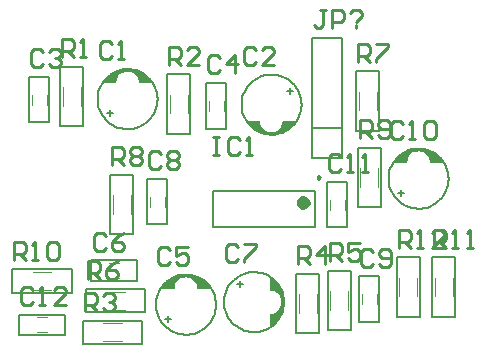
<source format=gto>
G04*
G04 #@! TF.GenerationSoftware,Altium Limited,Altium Designer,23.11.1 (41)*
G04*
G04 Layer_Color=65535*
%FSLAX44Y44*%
%MOMM*%
G71*
G04*
G04 #@! TF.SameCoordinates,9B078A48-8F01-46FD-BB7B-D1DAEF03546D*
G04*
G04*
G04 #@! TF.FilePolarity,Positive*
G04*
G01*
G75*
%ADD10C,0.1778*%
%ADD11C,0.2500*%
%ADD12C,0.6000*%
%ADD13C,0.2000*%
%ADD14C,0.1016*%
%ADD15C,0.1270*%
%ADD16C,0.2540*%
G36*
X150114Y59690D02*
X161798D01*
X162306Y62738D01*
X163322Y65278D01*
X164592Y67056D01*
X166624Y68326D01*
X168910Y69088D01*
X171450Y69342D01*
X173990Y69088D01*
X175768Y68326D01*
X177546Y67056D01*
X179324Y65532D01*
X180340Y64008D01*
X181102Y61468D01*
Y59690D01*
X193040D01*
X191262Y61722D01*
X188976Y64770D01*
X186436Y66802D01*
X182626Y69088D01*
X176276Y70866D01*
X169164Y71374D01*
X161290Y69596D01*
X156210Y66548D01*
X151384Y62230D01*
X150114Y59690D01*
D02*
G37*
G36*
X100584Y233680D02*
X112268D01*
X112776Y236728D01*
X113792Y239268D01*
X115062Y241046D01*
X117094Y242316D01*
X119380Y243078D01*
X121920Y243332D01*
X124460Y243078D01*
X126238Y242316D01*
X128016Y241046D01*
X129794Y239522D01*
X130810Y237998D01*
X131572Y235458D01*
Y233680D01*
X143510D01*
X141732Y235712D01*
X139446Y238760D01*
X136906Y240792D01*
X133096Y243078D01*
X126746Y244856D01*
X119634Y245364D01*
X111760Y243586D01*
X106680Y240538D01*
X101854Y236220D01*
X100584Y233680D01*
D02*
G37*
G36*
X242570Y69596D02*
Y57912D01*
X245618Y57404D01*
X248158Y56388D01*
X249936Y55118D01*
X251206Y53086D01*
X251968Y50800D01*
X252222Y48260D01*
X251968Y45720D01*
X251206Y43942D01*
X249936Y42164D01*
X248412Y40386D01*
X246888Y39370D01*
X244348Y38608D01*
X242570D01*
Y26670D01*
X244602Y28448D01*
X247650Y30734D01*
X249682Y33274D01*
X251968Y37084D01*
X253746Y43434D01*
X254254Y50546D01*
X252476Y58420D01*
X249428Y63500D01*
X245110Y68326D01*
X242570Y69596D01*
D02*
G37*
G36*
X346964Y166370D02*
X358648D01*
X359156Y169418D01*
X360172Y171958D01*
X361442Y173736D01*
X363474Y175006D01*
X365760Y175768D01*
X368300Y176022D01*
X370840Y175768D01*
X372618Y175006D01*
X374396Y173736D01*
X376174Y172212D01*
X377190Y170688D01*
X377952Y168148D01*
Y166370D01*
X389890D01*
X388112Y168402D01*
X385826Y171450D01*
X383286Y173482D01*
X379476Y175768D01*
X373126Y177546D01*
X366014Y178054D01*
X358140Y176276D01*
X353060Y173228D01*
X348234Y168910D01*
X346964Y166370D01*
D02*
G37*
G36*
X265176Y201930D02*
X253492D01*
X252984Y198882D01*
X251968Y196342D01*
X250698Y194564D01*
X248666Y193294D01*
X246380Y192532D01*
X243840Y192278D01*
X241300Y192532D01*
X239522Y193294D01*
X237744Y194564D01*
X235966Y196088D01*
X234950Y197612D01*
X234188Y200152D01*
Y201930D01*
X222250D01*
X224028Y199898D01*
X226314Y196850D01*
X228854Y194818D01*
X232664Y192532D01*
X239014Y190754D01*
X246126Y190246D01*
X254000Y192024D01*
X259080Y195072D01*
X263906Y199390D01*
X265176Y201930D01*
D02*
G37*
D10*
X269240Y215498D02*
X269114Y218027D01*
X268736Y220531D01*
X268112Y222985D01*
X267246Y225364D01*
X266147Y227646D01*
X264827Y229806D01*
X263298Y231825D01*
X261575Y233681D01*
X259677Y235357D01*
X257621Y236835D01*
X255428Y238101D01*
X253120Y239142D01*
X250719Y239949D01*
X248251Y240512D01*
X245738Y240827D01*
X243207Y240890D01*
X240682Y240701D01*
X238188Y240261D01*
X235750Y239575D01*
X233393Y238650D01*
X231140Y237495D01*
X229013Y236121D01*
X227033Y234542D01*
X225221Y232774D01*
X223593Y230835D01*
X222166Y228742D01*
X220955Y226519D01*
X219972Y224185D01*
X219225Y221766D01*
X218724Y219284D01*
X218472Y216764D01*
Y214232D01*
X218724Y211712D01*
X219225Y209230D01*
X219972Y206811D01*
X220955Y204477D01*
X222166Y202253D01*
X223593Y200161D01*
X225221Y198221D01*
X227033Y196453D01*
X229013Y194875D01*
X231140Y193501D01*
X233393Y192346D01*
X235750Y191421D01*
X238188Y190735D01*
X240682Y190295D01*
X243207Y190106D01*
X245738Y190169D01*
X248251Y190484D01*
X250719Y191047D01*
X253120Y191854D01*
X255428Y192895D01*
X257621Y194161D01*
X259677Y195639D01*
X261575Y197315D01*
X263298Y199171D01*
X264827Y201190D01*
X266147Y203350D01*
X267246Y205632D01*
X268112Y208011D01*
X268736Y210465D01*
X269114Y212969D01*
X269240Y215498D01*
X147320Y220112D02*
X147194Y222641D01*
X146816Y225145D01*
X146192Y227599D01*
X145325Y229978D01*
X144227Y232260D01*
X142907Y234420D01*
X141377Y236439D01*
X139655Y238295D01*
X137757Y239971D01*
X135701Y241449D01*
X133508Y242715D01*
X131200Y243756D01*
X128799Y244563D01*
X126331Y245126D01*
X123818Y245441D01*
X121287Y245504D01*
X118762Y245315D01*
X116268Y244875D01*
X113830Y244189D01*
X111473Y243264D01*
X109220Y242109D01*
X107093Y240735D01*
X105113Y239156D01*
X103301Y237388D01*
X101673Y235449D01*
X100246Y233356D01*
X99035Y231133D01*
X98052Y228799D01*
X97305Y226380D01*
X96804Y223898D01*
X96552Y221378D01*
Y218846D01*
X96804Y216326D01*
X97305Y213845D01*
X98052Y211425D01*
X99035Y209091D01*
X100246Y206868D01*
X101673Y204776D01*
X103301Y202836D01*
X105113Y201068D01*
X107093Y199489D01*
X109220Y198115D01*
X111473Y196960D01*
X113830Y196035D01*
X116268Y195349D01*
X118762Y194909D01*
X121287Y194720D01*
X123818Y194783D01*
X126331Y195098D01*
X128799Y195661D01*
X131200Y196468D01*
X133508Y197509D01*
X135701Y198775D01*
X137757Y200254D01*
X139655Y201929D01*
X141377Y203785D01*
X142907Y205804D01*
X144227Y207964D01*
X145325Y210246D01*
X146192Y212625D01*
X146816Y215079D01*
X147194Y217583D01*
X147320Y220112D01*
X254402Y48260D02*
X254276Y50789D01*
X253899Y53293D01*
X253274Y55747D01*
X252408Y58126D01*
X251309Y60408D01*
X249989Y62568D01*
X248460Y64587D01*
X246737Y66443D01*
X244839Y68119D01*
X242783Y69597D01*
X240590Y70863D01*
X238282Y71904D01*
X235881Y72711D01*
X233413Y73274D01*
X230900Y73589D01*
X228369Y73652D01*
X225844Y73463D01*
X223350Y73023D01*
X220912Y72337D01*
X218555Y71412D01*
X216302Y70257D01*
X214175Y68883D01*
X212195Y67304D01*
X210383Y65536D01*
X208755Y63597D01*
X207328Y61504D01*
X206117Y59281D01*
X205134Y56947D01*
X204387Y54528D01*
X203886Y52046D01*
X203634Y49526D01*
Y46994D01*
X203886Y44474D01*
X204387Y41992D01*
X205134Y39573D01*
X206117Y37239D01*
X207328Y35016D01*
X208755Y32923D01*
X210382Y30984D01*
X212195Y29216D01*
X214175Y27637D01*
X216302Y26263D01*
X218555Y25108D01*
X220912Y24183D01*
X223350Y23497D01*
X225844Y23057D01*
X228369Y22868D01*
X230900Y22931D01*
X233413Y23246D01*
X235881Y23809D01*
X238282Y24616D01*
X240590Y25657D01*
X242783Y26923D01*
X244839Y28402D01*
X246737Y30077D01*
X248460Y31933D01*
X249989Y33952D01*
X251309Y36112D01*
X252408Y38394D01*
X253274Y40773D01*
X253899Y43227D01*
X254276Y45731D01*
X254402Y48260D01*
X196850Y46122D02*
X196724Y48651D01*
X196346Y51155D01*
X195722Y53609D01*
X194855Y55988D01*
X193757Y58270D01*
X192437Y60430D01*
X190907Y62449D01*
X189185Y64305D01*
X187287Y65981D01*
X185231Y67459D01*
X183038Y68725D01*
X180730Y69766D01*
X178329Y70573D01*
X175861Y71136D01*
X173348Y71451D01*
X170817Y71514D01*
X168292Y71325D01*
X165798Y70885D01*
X163360Y70199D01*
X161003Y69274D01*
X158750Y68119D01*
X156623Y66745D01*
X154643Y65167D01*
X152830Y63398D01*
X151203Y61459D01*
X149776Y59366D01*
X148565Y57143D01*
X147582Y54809D01*
X146835Y52390D01*
X146334Y49908D01*
X146082Y47388D01*
Y44856D01*
X146334Y42336D01*
X146835Y39855D01*
X147582Y37435D01*
X148565Y35101D01*
X149776Y32878D01*
X151203Y30786D01*
X152830Y28846D01*
X154643Y27078D01*
X156623Y25499D01*
X158750Y24125D01*
X161003Y22970D01*
X163360Y22045D01*
X165798Y21359D01*
X168292Y20919D01*
X170817Y20730D01*
X173348Y20793D01*
X175861Y21108D01*
X178329Y21671D01*
X180730Y22478D01*
X183038Y23519D01*
X185231Y24785D01*
X187287Y26263D01*
X189185Y27939D01*
X190907Y29795D01*
X192437Y31814D01*
X193757Y33974D01*
X194855Y36256D01*
X195722Y38635D01*
X196346Y41089D01*
X196724Y43593D01*
X196850Y46122D01*
X393700Y152802D02*
X393574Y155331D01*
X393196Y157835D01*
X392572Y160289D01*
X391706Y162668D01*
X390607Y164950D01*
X389286Y167110D01*
X387757Y169129D01*
X386035Y170985D01*
X384137Y172661D01*
X382081Y174139D01*
X379888Y175405D01*
X377580Y176446D01*
X375179Y177253D01*
X372711Y177816D01*
X370198Y178131D01*
X367667Y178194D01*
X365142Y178005D01*
X362648Y177565D01*
X360210Y176879D01*
X357853Y175954D01*
X355600Y174799D01*
X353473Y173425D01*
X351493Y171847D01*
X349680Y170079D01*
X348053Y168139D01*
X346626Y166047D01*
X345415Y163823D01*
X344432Y161489D01*
X343685Y159070D01*
X343184Y156588D01*
X342932Y154068D01*
Y151536D01*
X343184Y149016D01*
X343685Y146535D01*
X344432Y144115D01*
X345415Y141782D01*
X346626Y139558D01*
X348053Y137465D01*
X349680Y135526D01*
X351493Y133758D01*
X353473Y132179D01*
X355600Y130805D01*
X357853Y129650D01*
X360210Y128725D01*
X362648Y128039D01*
X365142Y127599D01*
X367667Y127410D01*
X370198Y127473D01*
X372711Y127788D01*
X375179Y128351D01*
X377580Y129158D01*
X379888Y130199D01*
X382081Y131465D01*
X384137Y132943D01*
X386035Y134619D01*
X387757Y136475D01*
X389286Y138494D01*
X390607Y140654D01*
X391706Y142936D01*
X392572Y145315D01*
X393196Y147769D01*
X393574Y150273D01*
X393700Y152802D01*
X259080Y224790D02*
Y229870D01*
X256540Y227330D02*
X261620D01*
X106680Y205740D02*
Y210820D01*
X104140Y208280D02*
X109220D01*
X214630Y63500D02*
X219710D01*
X217170Y60960D02*
Y66040D01*
X156210Y31750D02*
Y36830D01*
X153670Y34290D02*
X158750D01*
X353060Y138430D02*
Y143510D01*
X350520Y140970D02*
X355600D01*
D11*
X285090Y154000D02*
X283215Y155083D01*
Y152917D01*
X285090Y154000D01*
D12*
X273490Y132500D02*
X272360Y134846D01*
X269822Y135425D01*
X267787Y133802D01*
Y131198D01*
X269822Y129575D01*
X272360Y130154D01*
X273490Y132500D01*
D13*
X278130Y195580D02*
X303530D01*
X278130Y170180D02*
X303530D01*
X278130D02*
Y271780D01*
X303530Y170180D02*
Y271780D01*
X278130D02*
X303530D01*
X194490Y142500D02*
X280490D01*
X194490Y111500D02*
X280490D01*
Y142500D01*
X194490Y111500D02*
Y142500D01*
D14*
X157480Y208026D02*
Y223774D01*
X172720Y208026D02*
Y223774D01*
X67310Y214376D02*
Y230124D01*
X82550Y214376D02*
Y230124D01*
X203200Y210312D02*
Y218948D01*
X190500Y210312D02*
Y218948D01*
X40640Y215392D02*
Y224028D01*
X53340Y215392D02*
Y224028D01*
X367030Y53086D02*
Y68834D01*
X351790Y53086D02*
Y68834D01*
X382270Y53086D02*
Y68834D01*
X397510Y53086D02*
Y68834D01*
X106172Y81280D02*
X114808D01*
X106172Y68580D02*
X114808D01*
X266700Y39116D02*
Y54864D01*
X281940Y39116D02*
Y54864D01*
X101346Y15240D02*
X117094D01*
X101346Y30480D02*
X117094D01*
X308610Y41656D02*
Y57404D01*
X293370Y41656D02*
Y57404D01*
X103886Y57150D02*
X119634D01*
X103886Y41910D02*
X119634D01*
X140970Y129032D02*
Y137668D01*
X153670Y129032D02*
Y137668D01*
X332740Y210566D02*
Y226314D01*
X317500Y210566D02*
Y226314D01*
X332740Y46482D02*
Y55118D01*
X320040Y46482D02*
Y55118D01*
X109220Y122936D02*
Y138684D01*
X124460Y122936D02*
Y138684D01*
X334010Y145796D02*
Y161544D01*
X318770Y145796D02*
Y161544D01*
X293370Y126492D02*
Y135128D01*
X306070Y126492D02*
Y135128D01*
X41656Y73660D02*
X57404D01*
X41656Y58420D02*
X57404D01*
X45212Y22860D02*
X53848D01*
X45212Y35560D02*
X53848D01*
D15*
X174752Y190754D02*
Y241046D01*
X155194D02*
X174752D01*
X155194Y190754D02*
Y241046D01*
Y190754D02*
X174752D01*
X84582Y197104D02*
Y247396D01*
X65024D02*
X84582D01*
X65024Y197104D02*
Y247396D01*
Y197104D02*
X84582D01*
X188468Y195072D02*
X205486D01*
X188468D02*
Y233934D01*
X205486D01*
Y195072D02*
Y233934D01*
X38354Y239268D02*
X55372D01*
Y200406D02*
Y239268D01*
X38354Y200406D02*
X55372D01*
X38354D02*
Y239268D01*
X349758Y35814D02*
Y86106D01*
Y35814D02*
X369316D01*
Y86106D01*
X349758D02*
X369316D01*
X399542Y35814D02*
Y86106D01*
X379984D02*
X399542D01*
X379984Y35814D02*
Y86106D01*
Y35814D02*
X399542D01*
X130048Y66548D02*
Y83566D01*
X91186Y66548D02*
X130048D01*
X91186D02*
Y83566D01*
X130048D01*
X283972Y21844D02*
Y72136D01*
X264414D02*
X283972D01*
X264414Y21844D02*
Y72136D01*
Y21844D02*
X283972D01*
X84074Y32512D02*
X134366D01*
X84074Y12954D02*
Y32512D01*
Y12954D02*
X134366D01*
Y32512D01*
X291338Y24384D02*
Y74676D01*
Y24384D02*
X310896D01*
Y74676D01*
X291338D02*
X310896D01*
X86614Y39878D02*
X136906D01*
Y59436D01*
X86614D02*
X136906D01*
X86614Y39878D02*
Y59436D01*
X138684Y152908D02*
X155702D01*
Y114046D02*
Y152908D01*
X138684Y114046D02*
X155702D01*
X138684D02*
Y152908D01*
X315468Y193294D02*
Y243586D01*
Y193294D02*
X335026D01*
Y243586D01*
X315468D02*
X335026D01*
X318008Y31242D02*
X335026D01*
X318008D02*
Y70104D01*
X335026D01*
Y31242D02*
Y70104D01*
X126492Y105664D02*
Y155956D01*
X106934D02*
X126492D01*
X106934Y105664D02*
Y155956D01*
Y105664D02*
X126492D01*
X316738Y128524D02*
Y178816D01*
Y128524D02*
X336296D01*
Y178816D01*
X316738D02*
X336296D01*
X291084Y150368D02*
X308102D01*
Y111506D02*
Y150368D01*
X291084Y111506D02*
X308102D01*
X291084D02*
Y150368D01*
X24384Y56388D02*
X74676D01*
Y75946D01*
X24384D02*
X74676D01*
X24384Y56388D02*
Y75946D01*
X29972Y20574D02*
Y37592D01*
X68834D01*
Y20574D02*
Y37592D01*
X29972Y20574D02*
X68834D01*
D16*
X230375Y262124D02*
X227836Y264663D01*
X222757D01*
X220218Y262124D01*
Y251967D01*
X222757Y249428D01*
X227836D01*
X230375Y251967D01*
X245610Y249428D02*
X235453D01*
X245610Y259585D01*
Y262124D01*
X243071Y264663D01*
X237992D01*
X235453Y262124D01*
X289811Y295651D02*
X284732D01*
X287271D01*
Y282955D01*
X284732Y280416D01*
X282193D01*
X279654Y282955D01*
X294889Y280416D02*
Y295651D01*
X302507D01*
X305046Y293112D01*
Y288034D01*
X302507Y285494D01*
X294889D01*
X310124Y293112D02*
X312663Y295651D01*
X317742D01*
X320281Y293112D01*
Y290573D01*
X315203Y285494D01*
Y282955D02*
Y280416D01*
X157226Y249428D02*
Y264663D01*
X164844D01*
X167383Y262124D01*
Y257045D01*
X164844Y254506D01*
X157226D01*
X162304D02*
X167383Y249428D01*
X182618D02*
X172461D01*
X182618Y259585D01*
Y262124D01*
X180079Y264663D01*
X175000D01*
X172461Y262124D01*
X66802Y255524D02*
Y270759D01*
X74419D01*
X76959Y268220D01*
Y263141D01*
X74419Y260602D01*
X66802D01*
X71880D02*
X76959Y255524D01*
X82037D02*
X87115D01*
X84576D01*
Y270759D01*
X82037Y268220D01*
X108455Y266696D02*
X105915Y269235D01*
X100837D01*
X98298Y266696D01*
Y256539D01*
X100837Y254000D01*
X105915D01*
X108455Y256539D01*
X113533Y254000D02*
X118611D01*
X116072D01*
Y269235D01*
X113533Y266696D01*
X200403Y255012D02*
X197864Y257551D01*
X192785D01*
X190246Y255012D01*
Y244855D01*
X192785Y242316D01*
X197864D01*
X200403Y244855D01*
X213099Y242316D02*
Y257551D01*
X205481Y249933D01*
X215638D01*
X50543Y260092D02*
X48004Y262631D01*
X42925D01*
X40386Y260092D01*
Y249935D01*
X42925Y247396D01*
X48004D01*
X50543Y249935D01*
X55621Y260092D02*
X58160Y262631D01*
X63239D01*
X65778Y260092D01*
Y257553D01*
X63239Y255014D01*
X60699D01*
X63239D01*
X65778Y252474D01*
Y249935D01*
X63239Y247396D01*
X58160D01*
X55621Y249935D01*
X351790Y94488D02*
Y109723D01*
X359408D01*
X361947Y107184D01*
Y102106D01*
X359408Y99566D01*
X351790D01*
X356868D02*
X361947Y94488D01*
X367025D02*
X372103D01*
X369564D01*
Y109723D01*
X367025Y107184D01*
X389878Y94488D02*
X379721D01*
X389878Y104645D01*
Y107184D01*
X387338Y109723D01*
X382260D01*
X379721Y107184D01*
X381762Y94488D02*
Y109723D01*
X389380D01*
X391919Y107184D01*
Y102106D01*
X389380Y99566D01*
X381762D01*
X386840D02*
X391919Y94488D01*
X396997D02*
X402075D01*
X399536D01*
Y109723D01*
X396997Y107184D01*
X409693Y94488D02*
X414771D01*
X412232D01*
Y109723D01*
X409693Y107184D01*
X215389Y94992D02*
X212850Y97531D01*
X207771D01*
X205232Y94992D01*
Y84835D01*
X207771Y82296D01*
X212850D01*
X215389Y84835D01*
X220467Y97531D02*
X230624D01*
Y94992D01*
X220467Y84835D01*
Y82296D01*
X103375Y104644D02*
X100836Y107183D01*
X95757D01*
X93218Y104644D01*
Y94487D01*
X95757Y91948D01*
X100836D01*
X103375Y94487D01*
X118610Y107183D02*
X113531Y104644D01*
X108453Y99565D01*
Y94487D01*
X110992Y91948D01*
X116071D01*
X118610Y94487D01*
Y97026D01*
X116071Y99565D01*
X108453D01*
X157731Y92706D02*
X155191Y95245D01*
X150113D01*
X147574Y92706D01*
Y82549D01*
X150113Y80010D01*
X155191D01*
X157731Y82549D01*
X172966Y95245D02*
X162809D01*
Y87627D01*
X167887Y90167D01*
X170427D01*
X172966Y87627D01*
Y82549D01*
X170427Y80010D01*
X165348D01*
X162809Y82549D01*
X266446Y80264D02*
Y95499D01*
X274063D01*
X276603Y92960D01*
Y87881D01*
X274063Y85342D01*
X266446D01*
X271524D02*
X276603Y80264D01*
X289299D02*
Y95499D01*
X281681Y87881D01*
X291838D01*
X86106Y40640D02*
Y55875D01*
X93723D01*
X96263Y53336D01*
Y48257D01*
X93723Y45718D01*
X86106D01*
X91184D02*
X96263Y40640D01*
X101341Y53336D02*
X103880Y55875D01*
X108959D01*
X111498Y53336D01*
Y50797D01*
X108959Y48257D01*
X106419D01*
X108959D01*
X111498Y45718D01*
Y43179D01*
X108959Y40640D01*
X103880D01*
X101341Y43179D01*
X293370Y82804D02*
Y98039D01*
X300987D01*
X303527Y95500D01*
Y90421D01*
X300987Y87882D01*
X293370D01*
X298448D02*
X303527Y82804D01*
X318762Y98039D02*
X308605D01*
Y90421D01*
X313683Y92961D01*
X316223D01*
X318762Y90421D01*
Y85343D01*
X316223Y82804D01*
X311144D01*
X308605Y85343D01*
X194310Y188209D02*
X199388D01*
X196849D01*
Y172974D01*
X194310D01*
X199388D01*
X217163Y185670D02*
X214623Y188209D01*
X209545D01*
X207006Y185670D01*
Y175513D01*
X209545Y172974D01*
X214623D01*
X217163Y175513D01*
X222241Y172974D02*
X227319D01*
X224780D01*
Y188209D01*
X222241Y185670D01*
X88646Y67564D02*
Y82799D01*
X96264D01*
X98803Y80260D01*
Y75181D01*
X96264Y72642D01*
X88646D01*
X93724D02*
X98803Y67564D01*
X114038Y82799D02*
X108959Y80260D01*
X103881Y75181D01*
Y70103D01*
X106420Y67564D01*
X111499D01*
X114038Y70103D01*
Y72642D01*
X111499Y75181D01*
X103881D01*
X150619Y173732D02*
X148080Y176271D01*
X143001D01*
X140462Y173732D01*
Y163575D01*
X143001Y161036D01*
X148080D01*
X150619Y163575D01*
X155697Y173732D02*
X158236Y176271D01*
X163315D01*
X165854Y173732D01*
Y171193D01*
X163315Y168654D01*
X165854Y166114D01*
Y163575D01*
X163315Y161036D01*
X158236D01*
X155697Y163575D01*
Y166114D01*
X158236Y168654D01*
X155697Y171193D01*
Y173732D01*
X158236Y168654D02*
X163315D01*
X317246Y251968D02*
Y267203D01*
X324864D01*
X327403Y264664D01*
Y259585D01*
X324864Y257046D01*
X317246D01*
X322324D02*
X327403Y251968D01*
X332481Y267203D02*
X342638D01*
Y264664D01*
X332481Y254507D01*
Y251968D01*
X329943Y90928D02*
X327403Y93467D01*
X322325D01*
X319786Y90928D01*
Y80771D01*
X322325Y78232D01*
X327403D01*
X329943Y80771D01*
X335021D02*
X337560Y78232D01*
X342639D01*
X345178Y80771D01*
Y90928D01*
X342639Y93467D01*
X337560D01*
X335021Y90928D01*
Y88389D01*
X337560Y85850D01*
X345178D01*
X108966Y164084D02*
Y179319D01*
X116583D01*
X119123Y176780D01*
Y171702D01*
X116583Y169162D01*
X108966D01*
X114044D02*
X119123Y164084D01*
X124201Y176780D02*
X126740Y179319D01*
X131819D01*
X134358Y176780D01*
Y174241D01*
X131819Y171702D01*
X134358Y169162D01*
Y166623D01*
X131819Y164084D01*
X126740D01*
X124201Y166623D01*
Y169162D01*
X126740Y171702D01*
X124201Y174241D01*
Y176780D01*
X126740Y171702D02*
X131819D01*
X318770Y186944D02*
Y202179D01*
X326387D01*
X328927Y199640D01*
Y194562D01*
X326387Y192022D01*
X318770D01*
X323848D02*
X328927Y186944D01*
X334005Y189483D02*
X336544Y186944D01*
X341623D01*
X344162Y189483D01*
Y199640D01*
X341623Y202179D01*
X336544D01*
X334005Y199640D01*
Y197101D01*
X336544Y194562D01*
X344162D01*
X354835Y199386D02*
X352295Y201925D01*
X347217D01*
X344678Y199386D01*
Y189229D01*
X347217Y186690D01*
X352295D01*
X354835Y189229D01*
X359913Y186690D02*
X364991D01*
X362452D01*
Y201925D01*
X359913Y199386D01*
X372609D02*
X375148Y201925D01*
X380227D01*
X382766Y199386D01*
Y189229D01*
X380227Y186690D01*
X375148D01*
X372609Y189229D01*
Y199386D01*
X303019Y171192D02*
X300480Y173731D01*
X295401D01*
X292862Y171192D01*
Y161035D01*
X295401Y158496D01*
X300480D01*
X303019Y161035D01*
X308097Y158496D02*
X313175D01*
X310636D01*
Y173731D01*
X308097Y171192D01*
X320793Y158496D02*
X325871D01*
X323332D01*
Y173731D01*
X320793Y171192D01*
X26162Y84328D02*
Y99563D01*
X33779D01*
X36319Y97024D01*
Y91945D01*
X33779Y89406D01*
X26162D01*
X31240D02*
X36319Y84328D01*
X41397D02*
X46475D01*
X43936D01*
Y99563D01*
X41397Y97024D01*
X54093D02*
X56632Y99563D01*
X61711D01*
X64250Y97024D01*
Y86867D01*
X61711Y84328D01*
X56632D01*
X54093Y86867D01*
Y97024D01*
X41907Y58416D02*
X39367Y60955D01*
X34289D01*
X31750Y58416D01*
Y48259D01*
X34289Y45720D01*
X39367D01*
X41907Y48259D01*
X46985Y45720D02*
X52063D01*
X49524D01*
Y60955D01*
X46985Y58416D01*
X69838Y45720D02*
X59681D01*
X69838Y55877D01*
Y58416D01*
X67298Y60955D01*
X62220D01*
X59681Y58416D01*
M02*

</source>
